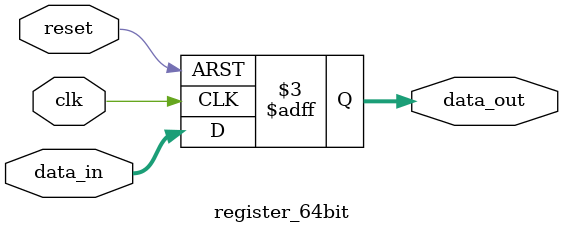
<source format=v>
module register_64bit(input wire [64-1:0] data_in,
input wire clk,
input wire reset,
output reg [64-1:0] data_out);


always@(posedge clk or negedge reset)begin 

if(reset==0)begin   // active low reset  (!reset)
data_out <= 64'b0;
end
else begin
data_out <= data_in;
end

end


endmodule













</source>
